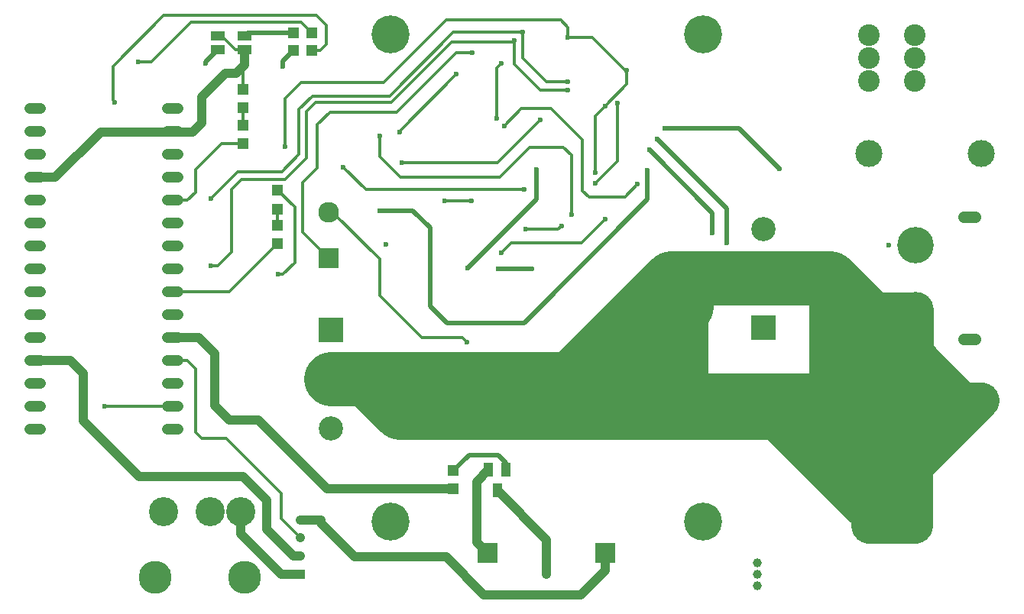
<source format=gbr>
G04 EAGLE Gerber RS-274X export*
G75*
%MOMM*%
%FSLAX34Y34*%
%LPD*%
%INTop Copper*%
%IPPOS*%
%AMOC8*
5,1,8,0,0,1.08239X$1,22.5*%
G01*
%ADD10C,4.050000*%
%ADD11C,1.300000*%
%ADD12C,4.200000*%
%ADD13C,3.231150*%
%ADD14C,3.653000*%
%ADD15C,1.200000*%
%ADD16C,2.400000*%
%ADD17R,1.050000X1.050000*%
%ADD18C,1.050000*%
%ADD19R,2.690000X2.690000*%
%ADD20C,2.690000*%
%ADD21C,1.000000*%
%ADD22C,3.000000*%
%ADD23R,1.500000X1.100000*%
%ADD24R,1.200000X1.300000*%
%ADD25R,2.295000X2.295000*%
%ADD26C,2.295000*%
%ADD27R,1.200000X1.200000*%
%ADD28R,1.300000X1.200000*%
%ADD29R,2.200000X2.200000*%
%ADD30R,1.000000X1.500000*%
%ADD31C,0.600000*%
%ADD32C,0.500000*%
%ADD33C,0.300000*%
%ADD34C,4.000000*%
%ADD35C,6.000000*%
%ADD36C,1.000000*%


D10*
X961850Y392200D03*
X961850Y464200D03*
D11*
X1015350Y360700D02*
X1028350Y360700D01*
X1028350Y495700D02*
X1015350Y495700D01*
D12*
X380060Y157942D03*
X380060Y697942D03*
X726900Y698000D03*
X726900Y158000D03*
D13*
X214520Y168940D03*
X128520Y168940D03*
X180520Y168940D03*
D14*
X119520Y95940D03*
X218520Y95940D03*
D15*
X145020Y260050D02*
X133020Y260050D01*
X133020Y285450D02*
X145020Y285450D01*
X145020Y310850D02*
X133020Y310850D01*
X133020Y336250D02*
X145020Y336250D01*
X145020Y361650D02*
X133020Y361650D01*
X133020Y387050D02*
X145020Y387050D01*
X145020Y412450D02*
X133020Y412450D01*
X133020Y437850D02*
X145020Y437850D01*
X145020Y463250D02*
X133020Y463250D01*
X133020Y488650D02*
X145020Y488650D01*
X145020Y514050D02*
X133020Y514050D01*
X133020Y539450D02*
X145020Y539450D01*
X-7380Y260050D02*
X-19380Y260050D01*
X-19380Y285450D02*
X-7380Y285450D01*
X-7380Y310850D02*
X-19380Y310850D01*
X-19380Y463250D02*
X-7380Y463250D01*
X-7380Y488650D02*
X-19380Y488650D01*
X-19380Y514050D02*
X-7380Y514050D01*
X-7380Y539450D02*
X-19380Y539450D01*
X-19380Y615650D02*
X-7380Y615650D01*
X133020Y615650D02*
X145020Y615650D01*
X145020Y590250D02*
X133020Y590250D01*
X133020Y564850D02*
X145020Y564850D01*
X-7380Y590250D02*
X-19380Y590250D01*
X-19380Y564850D02*
X-7380Y564850D01*
X-7380Y336250D02*
X-19380Y336250D01*
X-19380Y437850D02*
X-7380Y437850D01*
X-7380Y412450D02*
X-19380Y412450D01*
X-19380Y387050D02*
X-7380Y387050D01*
X-7380Y361650D02*
X-19380Y361650D01*
D16*
X910140Y204260D03*
X910140Y178860D03*
X910140Y153460D03*
X960940Y153460D03*
X960940Y178860D03*
X960940Y204260D03*
X910640Y697740D03*
X910640Y672340D03*
X910640Y646940D03*
X961440Y646940D03*
X961440Y672340D03*
X961440Y697740D03*
D17*
X280500Y100000D03*
D18*
X280500Y120000D03*
X280500Y140000D03*
X280500Y160000D03*
D19*
X314550Y370600D03*
D20*
X314550Y316000D03*
X314550Y261400D03*
D19*
X793450Y373400D03*
D20*
X793450Y428000D03*
X793450Y482600D03*
D21*
X787000Y112000D03*
X787000Y99300D03*
X787000Y86600D03*
D22*
X910000Y566500D03*
X1035000Y566500D03*
X910000Y293000D03*
X1035000Y293000D03*
D23*
X188500Y696500D03*
X218500Y696500D03*
X218500Y681500D03*
X188500Y681500D03*
D24*
X293160Y700000D03*
X272840Y700000D03*
X293160Y680000D03*
X272840Y680000D03*
D25*
X312000Y450000D03*
D26*
X312000Y500800D03*
D27*
X255000Y525500D03*
X255000Y504500D03*
D28*
X255000Y486160D03*
X255000Y465840D03*
X217000Y597160D03*
X217000Y576840D03*
D27*
X217000Y637500D03*
X217000Y616500D03*
D29*
X488100Y123000D03*
X618100Y123000D03*
D30*
X507900Y215400D03*
X488900Y215400D03*
X498400Y192400D03*
D28*
X450100Y194240D03*
X450100Y214560D03*
D31*
X466000Y439000D03*
D32*
X542000Y515000D01*
X542000Y548000D01*
D31*
X542000Y548000D03*
X328000Y551000D03*
D33*
X353000Y526000D01*
X528000Y526000D01*
D31*
X528000Y526000D03*
X530000Y482000D03*
D33*
X566000Y482000D01*
X570000Y486000D01*
D31*
X570000Y486000D03*
X368000Y586000D03*
D33*
X368000Y563000D01*
X391000Y540000D01*
X501000Y540000D01*
X534000Y573000D01*
X572000Y573000D01*
X581000Y564000D01*
X581000Y498000D01*
D31*
X581000Y498000D03*
X654000Y532000D03*
D33*
X640000Y518000D01*
X600000Y518000D01*
X593000Y525000D01*
X593000Y581000D02*
X558000Y616000D01*
X525000Y616000D01*
X506000Y597000D01*
D31*
X506000Y597000D03*
D33*
X593000Y581000D02*
X593000Y525000D01*
D34*
X910000Y293000D02*
X1035000Y293000D01*
X910000Y293000D02*
X910000Y204400D01*
X910140Y204260D01*
X910140Y178860D01*
X910140Y153460D01*
X960940Y153460D01*
X960940Y178860D01*
X960940Y204260D01*
X910140Y204260D01*
X910140Y178860D02*
X960940Y178860D01*
X960940Y204260D02*
X960940Y218940D01*
X1035000Y293000D01*
X938000Y265000D02*
X910000Y293000D01*
X938000Y265000D02*
X938000Y230000D01*
X960940Y207060D01*
X960940Y204260D01*
X960940Y269940D01*
X970000Y279000D01*
X910000Y370350D02*
X924650Y385000D01*
X910000Y370350D02*
X910000Y293000D01*
D35*
X867000Y428000D02*
X793450Y428000D01*
X867000Y428000D02*
X910000Y385000D01*
D34*
X924650Y385000D01*
X939650Y370000D02*
X961850Y392200D01*
D35*
X579000Y316000D02*
X314550Y316000D01*
X579000Y316000D02*
X691000Y428000D01*
D31*
X470000Y514000D03*
D33*
X440000Y514000D01*
D31*
X440000Y514000D03*
D34*
X957350Y352300D02*
X957350Y349102D01*
X957350Y352300D02*
X939650Y370000D01*
X924650Y385000D01*
X1013452Y293000D02*
X1035000Y293000D01*
X1013452Y293000D02*
X957350Y349102D01*
X942000Y325000D02*
X910000Y293000D01*
X942000Y325000D02*
X950000Y325000D01*
X961850Y344850D02*
X961850Y392200D01*
X961850Y344850D02*
X910000Y293000D01*
X912800Y392200D02*
X961850Y392200D01*
X912800Y392200D02*
X870000Y435000D01*
D35*
X582000Y313000D02*
X579000Y316000D01*
X602000Y293000D02*
X669000Y293000D01*
X910000Y293000D01*
X810000Y279000D02*
X910140Y178860D01*
X810000Y279000D02*
X702000Y279000D01*
X390000Y279000D01*
X390000Y313000D01*
X582000Y313000D01*
X602000Y293000D01*
X691000Y428000D02*
X793450Y428000D01*
X702000Y391000D02*
X702000Y279000D01*
X702000Y391000D02*
X708000Y397000D01*
X707500Y397500D01*
X636000Y326000D01*
X669000Y293000D01*
X874000Y240400D02*
X910140Y204260D01*
X874000Y240400D02*
X874000Y406350D01*
X910000Y370350D01*
X910000Y325000D02*
X910000Y293000D01*
X910000Y325000D02*
X933000Y348000D01*
X353000Y316000D02*
X314550Y316000D01*
X353000Y316000D02*
X390000Y279000D01*
D31*
X453000Y654000D03*
D33*
X390000Y591000D01*
X390000Y590000D01*
D31*
X390000Y590000D03*
X498000Y605000D03*
D33*
X498000Y661000D01*
X503000Y666000D01*
D31*
X503000Y666000D03*
X642000Y658000D03*
D33*
X642000Y657000D01*
X642000Y643000D01*
X618000Y619000D01*
D31*
X618000Y619000D03*
X607000Y545000D03*
D33*
X607000Y608000D01*
X618000Y619000D01*
D31*
X577000Y695000D03*
D33*
X604000Y695000D01*
X642000Y657000D01*
X577000Y695000D02*
X577000Y706000D01*
X569000Y714000D01*
X442000Y714000D01*
X373000Y645000D02*
X281000Y645000D01*
X263000Y627000D01*
X263000Y574000D01*
D31*
X263000Y574000D03*
D33*
X373000Y645000D02*
X442000Y714000D01*
D31*
X503000Y456000D03*
D33*
X514000Y467000D01*
X592000Y467000D02*
X618000Y493000D01*
D31*
X618000Y493000D03*
D33*
X592000Y467000D02*
X514000Y467000D01*
D31*
X499450Y438550D03*
D32*
X536450Y438550D01*
X537000Y438000D01*
D31*
X537000Y438000D03*
D36*
X8450Y539450D02*
X-13380Y539450D01*
X8450Y539450D02*
X59000Y590000D01*
X138770Y590000D02*
X139020Y590250D01*
X138770Y590000D02*
X59000Y590000D01*
D31*
X932700Y464200D03*
X961440Y640060D03*
D36*
X144250Y590250D02*
X139020Y590250D01*
D31*
X607000Y533000D03*
D33*
X632000Y558000D01*
X632000Y622000D01*
D31*
X632000Y622000D03*
X465000Y357000D03*
D33*
X460000Y362000D01*
X415000Y362000D01*
X368000Y409000D02*
X368000Y449000D01*
X316200Y500800D01*
X312000Y500800D01*
X368000Y409000D02*
X415000Y362000D01*
X218500Y681500D02*
X208500Y681500D01*
X193500Y696500D02*
X188500Y696500D01*
X193500Y696500D02*
X208500Y681500D01*
D36*
X218500Y681500D02*
X218500Y675000D01*
D31*
X256000Y432000D03*
D36*
X218500Y664500D02*
X218500Y675000D01*
D33*
X255000Y525500D02*
X274000Y506500D01*
X274000Y445000D01*
X261000Y432000D01*
X256000Y432000D01*
D36*
X209000Y655000D02*
X218500Y664500D01*
X209000Y655000D02*
X197000Y655000D01*
X171000Y629000D01*
X171000Y600000D01*
X161000Y590000D01*
X138770Y590000D01*
D33*
X217000Y637500D02*
X217000Y673500D01*
X218500Y675000D01*
D36*
X340600Y118800D02*
X441800Y118800D01*
X340600Y118800D02*
X302800Y156600D01*
X302800Y159700D01*
X302500Y160000D01*
X280500Y160000D01*
X441800Y118800D02*
X483500Y77100D01*
X483500Y76800D01*
X591000Y76800D01*
X618100Y103900D01*
X618100Y123000D01*
D31*
X527000Y701000D03*
D33*
X527000Y672000D01*
X553000Y646000D01*
X577000Y646000D01*
D31*
X577000Y646000D03*
X181000Y516000D03*
D33*
X211000Y546000D01*
X260000Y546000D01*
X279000Y565000D01*
X279000Y615000D01*
X294000Y630000D01*
X450000Y701000D02*
X527000Y701000D01*
X379000Y630000D02*
X294000Y630000D01*
X379000Y630000D02*
X450000Y701000D01*
D31*
X517000Y691000D03*
D33*
X517000Y665000D01*
X546000Y636000D02*
X577000Y636000D01*
D31*
X577000Y636000D03*
D33*
X546000Y636000D02*
X517000Y665000D01*
X516000Y690000D02*
X517000Y691000D01*
X448000Y690000D02*
X381000Y623000D01*
X297000Y623000D01*
X287000Y613000D02*
X287000Y561000D01*
X263000Y537000D01*
X215000Y537000D02*
X204000Y526000D01*
X204000Y457000D01*
X189000Y442000D01*
X181000Y442000D01*
D31*
X181000Y442000D03*
D33*
X448000Y690000D02*
X516000Y690000D01*
X297000Y623000D02*
X287000Y613000D01*
X263000Y537000D02*
X215000Y537000D01*
D36*
X259000Y100000D02*
X280500Y100000D01*
X214520Y144480D02*
X214520Y168940D01*
X214520Y144480D02*
X259000Y100000D01*
X498400Y192400D02*
X552900Y137900D01*
X552900Y99300D01*
D31*
X552900Y99300D03*
X471000Y678000D03*
D33*
X453000Y678000D01*
X387000Y612000D02*
X313000Y612000D01*
X299000Y598000D01*
X299000Y550000D01*
X283000Y534000D01*
X283000Y479000D01*
X312000Y450000D01*
X387000Y612000D02*
X453000Y678000D01*
D31*
X64000Y286000D03*
D33*
X138470Y286000D01*
X139020Y285450D01*
D36*
X272500Y120000D02*
X280500Y120000D01*
X272500Y120000D02*
X243000Y149500D01*
X243000Y182000D01*
X217000Y208000D01*
X40000Y270000D02*
X40000Y321870D01*
X25620Y336250D01*
X-13380Y336250D01*
X102000Y208000D02*
X217000Y208000D01*
X102000Y208000D02*
X40000Y270000D01*
D31*
X684000Y594000D03*
D32*
X766500Y594000D02*
X811500Y549000D01*
D31*
X811500Y549000D03*
D32*
X766500Y594000D02*
X684000Y594000D01*
D31*
X368000Y503000D03*
D32*
X405000Y503000D01*
X424000Y484000D01*
X424000Y397000D01*
X442500Y378500D01*
X528500Y378500D02*
X665000Y515000D01*
X665000Y547500D01*
D31*
X665000Y547500D03*
D32*
X528500Y378500D02*
X442500Y378500D01*
D31*
X737000Y478000D03*
D32*
X737000Y500000D01*
X667000Y570000D01*
D31*
X667000Y570000D03*
X753000Y467000D03*
D32*
X753000Y505000D01*
X676000Y582000D01*
D31*
X676000Y582000D03*
X393000Y556000D03*
D33*
X499000Y556000D01*
X546000Y603000D01*
D31*
X546000Y603000D03*
X375000Y465000D03*
D33*
X302000Y680000D02*
X293160Y680000D01*
X302000Y680000D02*
X309000Y687000D01*
X309000Y708000D01*
X298000Y719000D01*
X129000Y719000D01*
X73000Y663000D01*
X73000Y625000D01*
X75000Y623000D01*
D31*
X75000Y623000D03*
D33*
X281160Y712000D02*
X293160Y700000D01*
X281160Y712000D02*
X159000Y712000D01*
X115000Y668000D01*
X101000Y668000D01*
D31*
X101000Y668000D03*
D32*
X175000Y668000D02*
X188500Y681500D01*
X175000Y668000D02*
X175000Y666000D01*
D31*
X175000Y666000D03*
X261000Y663000D03*
D32*
X261000Y668160D01*
X272840Y680000D01*
X222000Y700000D02*
X218500Y696500D01*
X222000Y700000D02*
X272840Y700000D01*
D33*
X255000Y504500D02*
X255000Y486160D01*
X255000Y465840D02*
X201610Y412450D01*
X139020Y412450D01*
X259000Y161500D02*
X280500Y140000D01*
X198000Y250000D02*
X171000Y250000D01*
X164000Y257000D01*
X154750Y336250D02*
X139020Y336250D01*
X259000Y189000D02*
X259000Y161500D01*
X259000Y189000D02*
X198000Y250000D01*
X164000Y257000D02*
X164000Y327000D01*
X154750Y336250D01*
X217000Y597160D02*
X217000Y616500D01*
X155050Y514050D02*
X139020Y514050D01*
X164000Y523000D02*
X164000Y548000D01*
X192840Y576840D01*
X217000Y576840D01*
X164000Y523000D02*
X155050Y514050D01*
D36*
X201700Y270500D02*
X233900Y270500D01*
X201700Y270500D02*
X185800Y286400D01*
X168150Y361650D02*
X139020Y361650D01*
X185800Y344000D02*
X185800Y286400D01*
X185800Y344000D02*
X168150Y361650D01*
X310160Y194240D02*
X450100Y194240D01*
X310160Y194240D02*
X233900Y270500D01*
X475800Y135300D02*
X488100Y123000D01*
X475800Y202300D02*
X488900Y215400D01*
X475800Y202300D02*
X475800Y135300D01*
D33*
X450100Y214560D02*
X449400Y215260D01*
D32*
X450100Y214560D02*
X467440Y231900D01*
X499600Y231900D02*
X508300Y223200D01*
X508300Y215800D01*
X507900Y215400D01*
X499600Y231900D02*
X467440Y231900D01*
M02*

</source>
